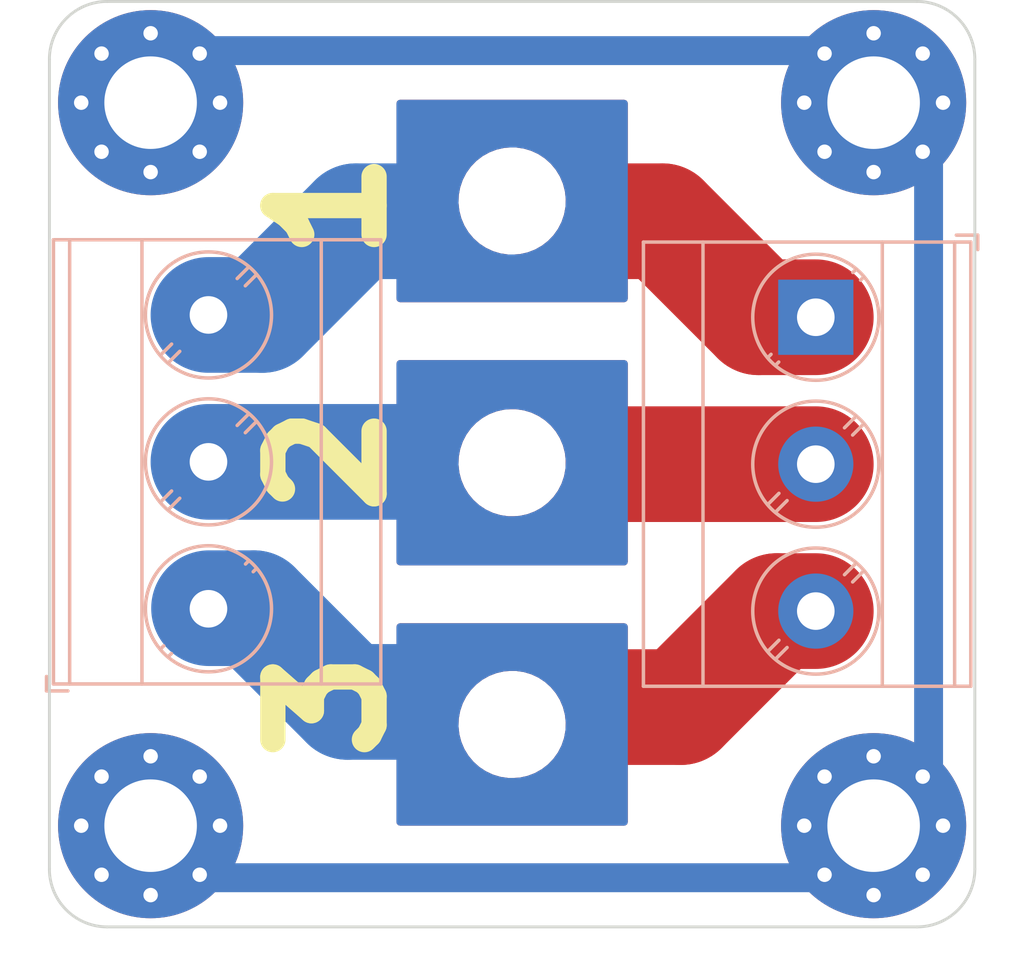
<source format=kicad_pcb>
(kicad_pcb (version 20221018) (generator pcbnew)
  (layers (0 "F.Cu" signal) (31 "B.Cu" signal) (34 "B.Paste" user) (35 "F.Paste" user) (36 "B.SilkS" user "B.Silkscreen") (37 "F.SilkS" user "F.Silkscreen") (38 "B.Mask" user) (39 "F.Mask" user) (44 "Edge.Cuts" user))
  (net 0 "")
  (net 1 "/OUT1")
  (net 2 "/OUT2")
  (net 3 "/OUT3")
  (net 4 "/IN3")
  (net 5 "/IN2")
  (net 6 "/IN1")
  (net 7 "Earth")
  (footprint "MountingHole:MountingHole_3.2mm_M3_Pad_Via" (layer "F.Cu") (at 178.5 143.5)
    (fp_text reference "H7" hide)
    (fp_text value "MountingHole")
    (pad "1" thru_hole circle (at -2.4 0) (size 0.8 0.8) (drill 0.5) (layers "*.Cu" "*.Mask") (net 7 "Earth"))
    (pad "1" thru_hole circle (at -1.697056 -1.697056) (size 0.8 0.8) (drill 0.5) (layers "*.Cu" "*.Mask") (net 7 "Earth"))
    (pad "1" thru_hole circle (at -1.697056 1.697056) (size 0.8 0.8) (drill 0.5) (layers "*.Cu" "*.Mask") (net 7 "Earth"))
    (pad "1" thru_hole circle (at 0 -2.4) (size 0.8 0.8) (drill 0.5) (layers "*.Cu" "*.Mask") (net 7 "Earth"))
    (pad "1" thru_hole circle (at 0 0) (size 6.4 6.4) (drill 3.2) (layers "*.Cu" "*.Mask") (net 7 "Earth"))
    (pad "1" thru_hole circle (at 0 2.4) (size 0.8 0.8) (drill 0.5) (layers "*.Cu" "*.Mask") (net 7 "Earth"))
    (pad "1" thru_hole circle (at 1.697056 -1.697056) (size 0.8 0.8) (drill 0.5) (layers "*.Cu" "*.Mask") (net 7 "Earth"))
    (pad "1" thru_hole circle (at 1.697056 1.697056) (size 0.8 0.8) (drill 0.5) (layers "*.Cu" "*.Mask") (net 7 "Earth"))
    (pad "1" thru_hole circle (at 2.4 0) (size 0.8 0.8) (drill 0.5) (layers "*.Cu" "*.Mask") (net 7 "Earth"))
  )
  (footprint "MountingHole:MountingHole_3.2mm_M3_Pad_Via" (layer "F.Cu") (at 153.5 143.5)
    (fp_text reference "H6" hide)
    (fp_text value "MountingHole")
    (pad "1" thru_hole circle (at -2.4 0) (size 0.8 0.8) (drill 0.5) (layers "*.Cu" "*.Mask") (net 7 "Earth"))
    (pad "1" thru_hole circle (at -1.697056 -1.697056) (size 0.8 0.8) (drill 0.5) (layers "*.Cu" "*.Mask") (net 7 "Earth"))
    (pad "1" thru_hole circle (at -1.697056 1.697056) (size 0.8 0.8) (drill 0.5) (layers "*.Cu" "*.Mask") (net 7 "Earth"))
    (pad "1" thru_hole circle (at 0 -2.4) (size 0.8 0.8) (drill 0.5) (layers "*.Cu" "*.Mask") (net 7 "Earth"))
    (pad "1" thru_hole circle (at 0 0) (size 6.4 6.4) (drill 3.2) (layers "*.Cu" "*.Mask") (net 7 "Earth"))
    (pad "1" thru_hole circle (at 0 2.4) (size 0.8 0.8) (drill 0.5) (layers "*.Cu" "*.Mask") (net 7 "Earth"))
    (pad "1" thru_hole circle (at 1.697056 -1.697056) (size 0.8 0.8) (drill 0.5) (layers "*.Cu" "*.Mask") (net 7 "Earth"))
    (pad "1" thru_hole circle (at 1.697056 1.697056) (size 0.8 0.8) (drill 0.5) (layers "*.Cu" "*.Mask") (net 7 "Earth"))
    (pad "1" thru_hole circle (at 2.4 0) (size 0.8 0.8) (drill 0.5) (layers "*.Cu" "*.Mask") (net 7 "Earth"))
  )
  (footprint "MountingHole:MountingHole_3.2mm_M3" (layer "F.Cu") (at 166 130.95)
    (fp_text reference "H2" hide)
    (fp_text value "MountingHole")
    (pad "" np_thru_hole circle (at 0 0) (size 3.2 3.2) (drill 3.2) (layers "*.Cu" "*.Mask"))
  )
  (footprint "MountingHole:MountingHole_3.2mm_M3_Pad_Via" (layer "F.Cu") (at 178.5 118.5)
    (fp_text reference "H5" hide)
    (fp_text value "MountingHole")
    (pad "1" thru_hole circle (at -2.4 0) (size 0.8 0.8) (drill 0.5) (layers "*.Cu" "*.Mask") (net 7 "Earth"))
    (pad "1" thru_hole circle (at -1.697056 -1.697056) (size 0.8 0.8) (drill 0.5) (layers "*.Cu" "*.Mask") (net 7 "Earth"))
    (pad "1" thru_hole circle (at -1.697056 1.697056) (size 0.8 0.8) (drill 0.5) (layers "*.Cu" "*.Mask") (net 7 "Earth"))
    (pad "1" thru_hole circle (at 0 -2.4) (size 0.8 0.8) (drill 0.5) (layers "*.Cu" "*.Mask") (net 7 "Earth"))
    (pad "1" thru_hole circle (at 0 0) (size 6.4 6.4) (drill 3.2) (layers "*.Cu" "*.Mask") (net 7 "Earth"))
    (pad "1" thru_hole circle (at 0 2.4) (size 0.8 0.8) (drill 0.5) (layers "*.Cu" "*.Mask") (net 7 "Earth"))
    (pad "1" thru_hole circle (at 1.697056 -1.697056) (size 0.8 0.8) (drill 0.5) (layers "*.Cu" "*.Mask") (net 7 "Earth"))
    (pad "1" thru_hole circle (at 1.697056 1.697056) (size 0.8 0.8) (drill 0.5) (layers "*.Cu" "*.Mask") (net 7 "Earth"))
    (pad "1" thru_hole circle (at 2.4 0) (size 0.8 0.8) (drill 0.5) (layers "*.Cu" "*.Mask") (net 7 "Earth"))
  )
  (footprint "MountingHole:MountingHole_3.2mm_M3" (layer "F.Cu") (at 166 121.9)
    (fp_text reference "H1" hide)
    (fp_text value "MountingHole")
    (pad "" np_thru_hole circle (at 0 0) (size 3.2 3.2) (drill 3.2) (layers "*.Cu" "*.Mask"))
  )
  (footprint "MountingHole:MountingHole_3.2mm_M3" (layer "F.Cu") (at 166 140)
    (fp_text reference "H3" hide)
    (fp_text value "MountingHole")
    (pad "" np_thru_hole circle (at 0 0) (size 3.2 3.2) (drill 3.2) (layers "*.Cu" "*.Mask"))
  )
  (footprint "MountingHole:MountingHole_3.2mm_M3_Pad_Via" (layer "F.Cu") (at 153.5 118.5)
    (fp_text reference "H4" hide)
    (fp_text value "MountingHole")
    (pad "1" thru_hole circle (at -2.4 0) (size 0.8 0.8) (drill 0.5) (layers "*.Cu" "*.Mask") (net 7 "Earth"))
    (pad "1" thru_hole circle (at -1.697056 -1.697056) (size 0.8 0.8) (drill 0.5) (layers "*.Cu" "*.Mask") (net 7 "Earth"))
    (pad "1" thru_hole circle (at -1.697056 1.697056) (size 0.8 0.8) (drill 0.5) (layers "*.Cu" "*.Mask") (net 7 "Earth"))
    (pad "1" thru_hole circle (at 0 -2.4) (size 0.8 0.8) (drill 0.5) (layers "*.Cu" "*.Mask") (net 7 "Earth"))
    (pad "1" thru_hole circle (at 0 0) (size 6.4 6.4) (drill 3.2) (layers "*.Cu" "*.Mask") (net 7 "Earth"))
    (pad "1" thru_hole circle (at 0 2.4) (size 0.8 0.8) (drill 0.5) (layers "*.Cu" "*.Mask") (net 7 "Earth"))
    (pad "1" thru_hole circle (at 1.697056 -1.697056) (size 0.8 0.8) (drill 0.5) (layers "*.Cu" "*.Mask") (net 7 "Earth"))
    (pad "1" thru_hole circle (at 1.697056 1.697056) (size 0.8 0.8) (drill 0.5) (layers "*.Cu" "*.Mask") (net 7 "Earth"))
    (pad "1" thru_hole circle (at 2.4 0) (size 0.8 0.8) (drill 0.5) (layers "*.Cu" "*.Mask") (net 7 "Earth"))
  )
  (footprint "TerminalBlock_Phoenix:TerminalBlock_Phoenix_MKDS-3-3-5.08_1x03_P5.08mm_Horizontal" (layer "B.Cu") (at 155.5 136 90)
    (fp_text reference "J4" hide)
    (fp_text value "Conn_01x03")
    (fp_line (start -2.84 -5.6) (end -2.34 -5.6) (stroke (width 0.12)) (layer "B.SilkS"))
    (fp_line (start -2.84 -4.86) (end -2.84 -5.6) (stroke (width 0.12)) (layer "B.SilkS"))
    (fp_line (start -2.6 -5.36) (end 12.76 -5.36) (stroke (width 0.12)) (layer "B.SilkS"))
    (fp_line (start -2.6 -4.8) (end 12.76 -4.8) (stroke (width 0.12)) (layer "B.SilkS"))
    (fp_line (start -2.6 -2.3) (end 12.76 -2.3) (stroke (width 0.12)) (layer "B.SilkS"))
    (fp_line (start -2.6 3.9) (end 12.76 3.9) (stroke (width 0.12)) (layer "B.SilkS"))
    (fp_line (start -2.6 5.96) (end -2.6 -5.36) (stroke (width 0.12)) (layer "B.SilkS"))
    (fp_line (start -2.6 5.96) (end 12.76 5.96) (stroke (width 0.12)) (layer "B.SilkS"))
    (fp_line (start -1.548 -1.281) (end -1.654 -1.388) (stroke (width 0.12)) (layer "B.SilkS"))
    (fp_line (start -1.282 -1.547) (end -1.388 -1.654) (stroke (width 0.12)) (layer "B.SilkS"))
    (fp_line (start 1.388 1.654) (end 1.281 1.547) (stroke (width 0.12)) (layer "B.SilkS"))
    (fp_line (start 1.654 1.388) (end 1.547 1.281) (stroke (width 0.12)) (layer "B.SilkS"))
    (fp_line (start 3.822 -0.992) (end 3.427 -1.388) (stroke (width 0.12)) (layer "B.SilkS"))
    (fp_line (start 4.073 -1.274) (end 3.693 -1.654) (stroke (width 0.12)) (layer "B.SilkS"))
    (fp_line (start 6.468 1.654) (end 6.088 1.274) (stroke (width 0.12)) (layer "B.SilkS"))
    (fp_line (start 6.734 1.388) (end 6.339 0.992) (stroke (width 0.12)) (layer "B.SilkS"))
    (fp_line (start 8.902 -0.992) (end 8.507 -1.388) (stroke (width 0.12)) (layer "B.SilkS"))
    (fp_line (start 9.153 -1.274) (end 8.773 -1.654) (stroke (width 0.12)) (layer "B.SilkS"))
    (fp_line (start 11.548 1.654) (end 11.168 1.274) (stroke (width 0.12)) (layer "B.SilkS"))
    (fp_line (start 11.814 1.388) (end 11.419 0.992) (stroke (width 0.12)) (layer "B.SilkS"))
    (fp_line (start 12.76 5.96) (end 12.76 -5.36) (stroke (width 0.12)) (layer "B.SilkS"))
    (fp_circle (center 0 0) (end 2.18 0) (stroke (width 0.12)) (fill none) (layer "B.SilkS"))
    (fp_circle (center 5.08 0) (end 7.26 0) (stroke (width 0.12)) (fill none) (layer "B.SilkS"))
    (fp_circle (center 10.16 0) (end 12.34 0) (stroke (width 0.12)) (fill none) (layer "B.SilkS"))
    (pad "1" thru_hole rect (at 0 0 90) (size 2.6 2.6) (drill 1.3) (layers "*.Cu" "*.Mask") (net 3 "/OUT3"))
    (pad "2" thru_hole circle (at 5.08 0 90) (size 2.6 2.6) (drill 1.3) (layers "*.Cu" "*.Mask") (net 2 "/OUT2"))
    (pad "3" thru_hole circle (at 10.16 0 90) (size 2.6 2.6) (drill 1.3) (layers "*.Cu" "*.Mask") (net 1 "/OUT1"))
  )
  (footprint "TerminalBlock_Phoenix:TerminalBlock_Phoenix_MKDS-3-3-5.08_1x03_P5.08mm_Horizontal" (layer "B.Cu") (at 176.5 125.92 -90)
    (fp_text reference "J3" hide)
    (fp_text value "Conn_01x03")
    (fp_line (start -2.84 -5.6) (end -2.34 -5.6) (stroke (width 0.12)) (layer "B.SilkS"))
    (fp_line (start -2.84 -4.86) (end -2.84 -5.6) (stroke (width 0.12)) (layer "B.SilkS"))
    (fp_line (start -2.6 -5.36) (end 12.76 -5.36) (stroke (width 0.12)) (layer "B.SilkS"))
    (fp_line (start -2.6 -4.8) (end 12.76 -4.8) (stroke (width 0.12)) (layer "B.SilkS"))
    (fp_line (start -2.6 -2.3) (end 12.76 -2.3) (stroke (width 0.12)) (layer "B.SilkS"))
    (fp_line (start -2.6 3.9) (end 12.76 3.9) (stroke (width 0.12)) (layer "B.SilkS"))
    (fp_line (start -2.6 5.96) (end -2.6 -5.36) (stroke (width 0.12)) (layer "B.SilkS"))
    (fp_line (start -2.6 5.96) (end 12.76 5.96) (stroke (width 0.12)) (layer "B.SilkS"))
    (fp_line (start -1.548 -1.281) (end -1.654 -1.388) (stroke (width 0.12)) (layer "B.SilkS"))
    (fp_line (start -1.282 -1.547) (end -1.388 -1.654) (stroke (width 0.12)) (layer "B.SilkS"))
    (fp_line (start 1.388 1.654) (end 1.281 1.547) (stroke (width 0.12)) (layer "B.SilkS"))
    (fp_line (start 1.654 1.388) (end 1.547 1.281) (stroke (width 0.12)) (layer "B.SilkS"))
    (fp_line (start 3.822 -0.992) (end 3.427 -1.388) (stroke (width 0.12)) (layer "B.SilkS"))
    (fp_line (start 4.073 -1.274) (end 3.693 -1.654) (stroke (width 0.12)) (layer "B.SilkS"))
    (fp_line (start 6.468 1.654) (end 6.088 1.274) (stroke (width 0.12)) (layer "B.SilkS"))
    (fp_line (start 6.734 1.388) (end 6.339 0.992) (stroke (width 0.12)) (layer "B.SilkS"))
    (fp_line (start 8.902 -0.992) (end 8.507 -1.388) (stroke (width 0.12)) (layer "B.SilkS"))
    (fp_line (start 9.153 -1.274) (end 8.773 -1.654) (stroke (width 0.12)) (layer "B.SilkS"))
    (fp_line (start 11.548 1.654) (end 11.168 1.274) (stroke (width 0.12)) (layer "B.SilkS"))
    (fp_line (start 11.814 1.388) (end 11.419 0.992) (stroke (width 0.12)) (layer "B.SilkS"))
    (fp_line (start 12.76 5.96) (end 12.76 -5.36) (stroke (width 0.12)) (layer "B.SilkS"))
    (fp_circle (center 0 0) (end 2.18 0) (stroke (width 0.12)) (fill none) (layer "B.SilkS"))
    (fp_circle (center 5.08 0) (end 7.26 0) (stroke (width 0.12)) (fill none) (layer "B.SilkS"))
    (fp_circle (center 10.16 0) (end 12.34 0) (stroke (width 0.12)) (fill none) (layer "B.SilkS"))
    (pad "1" thru_hole rect (at 0 0 270) (size 2.6 2.6) (drill 1.3) (layers "*.Cu" "*.Mask") (net 4 "/IN3"))
    (pad "2" thru_hole circle (at 5.08 0 270) (size 2.6 2.6) (drill 1.3) (layers "*.Cu" "*.Mask") (net 5 "/IN2"))
    (pad "3" thru_hole circle (at 10.16 0 270) (size 2.6 2.6) (drill 1.3) (layers "*.Cu" "*.Mask") (net 6 "/IN1"))
  )
  (gr_arc (start 182 145) (mid 181.414214 146.414214) (end 180 147) (stroke (width 0.1)) (layer "Edge.Cuts"))
  (gr_arc (start 150 117) (mid 150.585786 115.585786) (end 152 115) (stroke (width 0.1)) (layer "Edge.Cuts"))
  (gr_arc (start 180 115) (mid 181.414214 115.585786) (end 182 117) (stroke (width 0.1)) (layer "Edge.Cuts"))
  (gr_line (start 180 147) (end 152 147) (stroke (width 0.1)) (layer "Edge.Cuts"))
  (gr_arc (start 152 147) (mid 150.585786 146.414214) (end 150 145) (stroke (width 0.1)) (layer "Edge.Cuts"))
  (gr_line (start 150 145) (end 150 117) (stroke (width 0.1)) (layer "Edge.Cuts"))
  (gr_line (start 182 117) (end 182 145) (stroke (width 0.1)) (layer "Edge.Cuts"))
  (gr_line (start 152 115) (end 180 115) (stroke (width 0.1)) (layer "Edge.Cuts"))
  (gr_text "3" (at 161.7 141.6 90) (layer "F.SilkS") (effects (font (size 3.5 3.5) (thickness 0.875) bold) (justify left bottom)))
  (gr_text "1" (at 161.7 124.3 90) (layer "F.SilkS") (effects (font (size 3.5 3.5) (thickness 0.875) bold) (justify left bottom)))
  (gr_text "2" (at 161.7 133.1 90) (layer "F.SilkS") (effects (font (size 3.5 3.5) (thickness 0.875) bold) (justify left bottom)))
  (segment (start 155.5 125.84) (end 157.36 125.84) (width 4) (layer "B.Cu") (net 1))
  (segment (start 157.36 125.84) (end 160.6 122.6) (width 4) (layer "B.Cu") (net 1))
  (segment (start 160.6 122.6) (end 162.15 122.6) (width 4) (layer "B.Cu") (net 1))
  (segment (start 155.5 130.92) (end 162.07 130.92) (width 4) (layer "B.Cu") (net 2))
  (segment (start 160.31 139.22) (end 157.07 135.98) (width 4) (layer "B.Cu") (net 3))
  (segment (start 157.07 135.98) (end 155.52 135.98) (width 4) (layer "B.Cu") (net 3))
  (segment (start 162.17 139.22) (end 160.31 139.22) (width 4) (layer "B.Cu") (net 3))
  (segment (start 171.2 122.6) (end 169.85 122.6) (width 4) (layer "F.Cu") (net 4))
  (segment (start 174.52 125.92) (end 171.2 122.6) (width 4) (layer "F.Cu") (net 4))
  (segment (start 176.5 125.92) (end 174.52 125.92) (width 4) (layer "F.Cu") (net 4))
  (segment (start 176.5 131) (end 169.85 131) (width 4) (layer "F.Cu") (net 5))
  (segment (start 171.83 139.4) (end 175.15 136.08) (width 4) (layer "F.Cu") (net 6))
  (segment (start 169.85 139.4) (end 171.83 139.4) (width 4) (layer "F.Cu") (net 6))
  (segment (start 175.15 136.08) (end 176.5 136.08) (width 4) (layer "F.Cu") (net 6))
  (segment (start 176.7 145.3) (end 155.3 145.3) (width 1) (layer "B.Cu") (net 7))
  (segment (start 155.3 116.7) (end 176.7 116.7) (width 1) (layer "B.Cu") (net 7))
  (segment (start 180.4 141.6) (end 178.5 143.5) (width 1) (layer "B.Cu") (net 7))
  (segment (start 155.3 145.3) (end 153.5 143.5) (width 1) (layer "B.Cu") (net 7))
  (segment (start 153.5 118.5) (end 155.3 116.7) (width 1) (layer "B.Cu") (net 7))
  (segment (start 176.7 116.7) (end 178.5 118.5) (width 1) (layer "B.Cu") (net 7))
  (segment (start 178.5 143.5) (end 176.7 145.3) (width 1) (layer "B.Cu") (net 7))
  (segment (start 178.5 118.5) (end 180.4 120.4) (width 1) (layer "B.Cu") (net 7))
  (segment (start 180.4 120.4) (end 180.4 141.6) (width 1) (layer "B.Cu") (net 7))
  (zone (net 4) (net_name "/IN3") (layer "F.Cu") (priority 3) (connect_pads (clearance 0.5)) (min_thickness 0.25) (fill yes (thermal_gap 0.5) (thermal_bridge_width 0.5))
    (polygon (pts (xy 170 125.4) (xy 170 118.4) (xy 162 118.4) (xy 162 125.4)))
  )
  (zone (net 5) (net_name "/IN2") (layer "F.Cu") (priority 4) (connect_pads (clearance 0.5)) (min_thickness 0.25) (fill yes (thermal_gap 0.5) (thermal_bridge_width 0.5))
    (polygon (pts (xy 170 127.4) (xy 162 127.4) (xy 162 134.5) (xy 170 134.5)))
  )
  (zone (net 6) (net_name "/IN1") (layer "F.Cu") (priority 5) (connect_pads (clearance 0.5)) (min_thickness 0.25) (fill yes (thermal_gap 0.5) (thermal_bridge_width 0.5))
    (polygon (pts (xy 170 143.5) (xy 170 136.5) (xy 162 136.5) (xy 162 143.5)))
  )
  (zone (net 3) (net_name "/OUT3") (layer "B.Cu") (connect_pads (clearance 0.5)) (min_thickness 0.25) (fill yes (thermal_gap 0.5) (thermal_bridge_width 0.5))
    (polygon (pts (xy 162 136.5) (xy 170 136.5) (xy 170 143.5) (xy 162 143.5)))
  )
  (zone (net 1) (net_name "/OUT1") (layer "B.Cu") (priority 2) (connect_pads (clearance 0.5)) (min_thickness 0.25) (fill yes (thermal_gap 0.5) (thermal_bridge_width 0.5))
    (polygon (pts (xy 170 125.4) (xy 170 118.4) (xy 162 118.4) (xy 162 125.4)))
  )
  (zone (net 2) (net_name "/OUT2") (layer "B.Cu") (priority 1) (connect_pads (clearance 0.5)) (min_thickness 0.25) (fill yes (thermal_gap 0.5) (thermal_bridge_width 0.5))
    (polygon (pts (xy 170 134.5) (xy 170 127.4) (xy 162 127.4) (xy 162 134.5)))
  )
)
</source>
